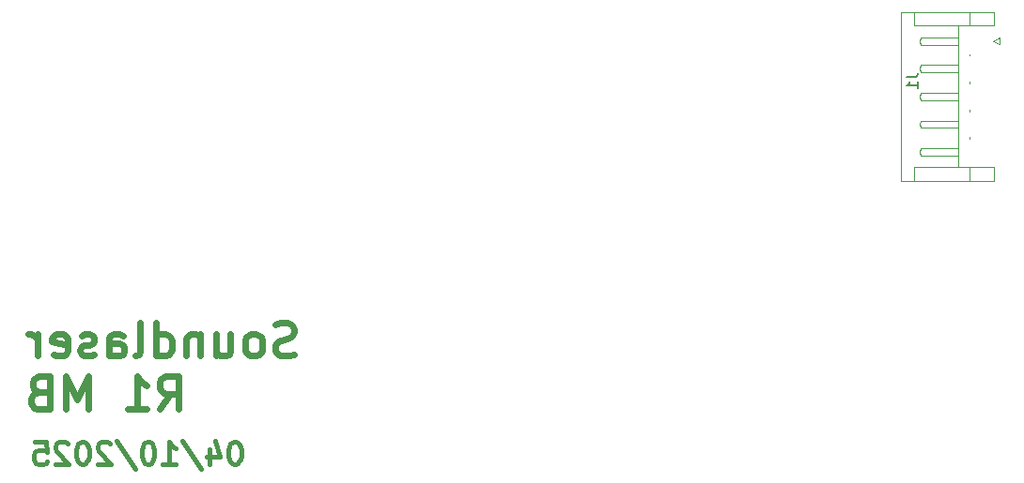
<source format=gbo>
G04 #@! TF.GenerationSoftware,KiCad,Pcbnew,9.0.1*
G04 #@! TF.CreationDate,2025-04-11T16:06:49-05:00*
G04 #@! TF.ProjectId,Soundlaser,536f756e-646c-4617-9365-722e6b696361,rev?*
G04 #@! TF.SameCoordinates,Original*
G04 #@! TF.FileFunction,Legend,Bot*
G04 #@! TF.FilePolarity,Positive*
%FSLAX46Y46*%
G04 Gerber Fmt 4.6, Leading zero omitted, Abs format (unit mm)*
G04 Created by KiCad (PCBNEW 9.0.1) date 2025-04-11 16:06:49*
%MOMM*%
%LPD*%
G01*
G04 APERTURE LIST*
%ADD10C,0.600000*%
%ADD11C,0.400000*%
%ADD12C,0.150000*%
%ADD13C,0.120000*%
G04 APERTURE END LIST*
D10*
X163783289Y-153848884D02*
X163354718Y-153991741D01*
X163354718Y-153991741D02*
X162640432Y-153991741D01*
X162640432Y-153991741D02*
X162354718Y-153848884D01*
X162354718Y-153848884D02*
X162211860Y-153706026D01*
X162211860Y-153706026D02*
X162069003Y-153420312D01*
X162069003Y-153420312D02*
X162069003Y-153134598D01*
X162069003Y-153134598D02*
X162211860Y-152848884D01*
X162211860Y-152848884D02*
X162354718Y-152706026D01*
X162354718Y-152706026D02*
X162640432Y-152563169D01*
X162640432Y-152563169D02*
X163211860Y-152420312D01*
X163211860Y-152420312D02*
X163497575Y-152277455D01*
X163497575Y-152277455D02*
X163640432Y-152134598D01*
X163640432Y-152134598D02*
X163783289Y-151848884D01*
X163783289Y-151848884D02*
X163783289Y-151563169D01*
X163783289Y-151563169D02*
X163640432Y-151277455D01*
X163640432Y-151277455D02*
X163497575Y-151134598D01*
X163497575Y-151134598D02*
X163211860Y-150991741D01*
X163211860Y-150991741D02*
X162497575Y-150991741D01*
X162497575Y-150991741D02*
X162069003Y-151134598D01*
X160354717Y-153991741D02*
X160640432Y-153848884D01*
X160640432Y-153848884D02*
X160783289Y-153706026D01*
X160783289Y-153706026D02*
X160926146Y-153420312D01*
X160926146Y-153420312D02*
X160926146Y-152563169D01*
X160926146Y-152563169D02*
X160783289Y-152277455D01*
X160783289Y-152277455D02*
X160640432Y-152134598D01*
X160640432Y-152134598D02*
X160354717Y-151991741D01*
X160354717Y-151991741D02*
X159926146Y-151991741D01*
X159926146Y-151991741D02*
X159640432Y-152134598D01*
X159640432Y-152134598D02*
X159497575Y-152277455D01*
X159497575Y-152277455D02*
X159354717Y-152563169D01*
X159354717Y-152563169D02*
X159354717Y-153420312D01*
X159354717Y-153420312D02*
X159497575Y-153706026D01*
X159497575Y-153706026D02*
X159640432Y-153848884D01*
X159640432Y-153848884D02*
X159926146Y-153991741D01*
X159926146Y-153991741D02*
X160354717Y-153991741D01*
X156783289Y-151991741D02*
X156783289Y-153991741D01*
X158069003Y-151991741D02*
X158069003Y-153563169D01*
X158069003Y-153563169D02*
X157926146Y-153848884D01*
X157926146Y-153848884D02*
X157640431Y-153991741D01*
X157640431Y-153991741D02*
X157211860Y-153991741D01*
X157211860Y-153991741D02*
X156926146Y-153848884D01*
X156926146Y-153848884D02*
X156783289Y-153706026D01*
X155354717Y-151991741D02*
X155354717Y-153991741D01*
X155354717Y-152277455D02*
X155211860Y-152134598D01*
X155211860Y-152134598D02*
X154926145Y-151991741D01*
X154926145Y-151991741D02*
X154497574Y-151991741D01*
X154497574Y-151991741D02*
X154211860Y-152134598D01*
X154211860Y-152134598D02*
X154069003Y-152420312D01*
X154069003Y-152420312D02*
X154069003Y-153991741D01*
X151354717Y-153991741D02*
X151354717Y-150991741D01*
X151354717Y-153848884D02*
X151640431Y-153991741D01*
X151640431Y-153991741D02*
X152211859Y-153991741D01*
X152211859Y-153991741D02*
X152497574Y-153848884D01*
X152497574Y-153848884D02*
X152640431Y-153706026D01*
X152640431Y-153706026D02*
X152783288Y-153420312D01*
X152783288Y-153420312D02*
X152783288Y-152563169D01*
X152783288Y-152563169D02*
X152640431Y-152277455D01*
X152640431Y-152277455D02*
X152497574Y-152134598D01*
X152497574Y-152134598D02*
X152211859Y-151991741D01*
X152211859Y-151991741D02*
X151640431Y-151991741D01*
X151640431Y-151991741D02*
X151354717Y-152134598D01*
X149497573Y-153991741D02*
X149783288Y-153848884D01*
X149783288Y-153848884D02*
X149926145Y-153563169D01*
X149926145Y-153563169D02*
X149926145Y-150991741D01*
X147069002Y-153991741D02*
X147069002Y-152420312D01*
X147069002Y-152420312D02*
X147211859Y-152134598D01*
X147211859Y-152134598D02*
X147497573Y-151991741D01*
X147497573Y-151991741D02*
X148069002Y-151991741D01*
X148069002Y-151991741D02*
X148354716Y-152134598D01*
X147069002Y-153848884D02*
X147354716Y-153991741D01*
X147354716Y-153991741D02*
X148069002Y-153991741D01*
X148069002Y-153991741D02*
X148354716Y-153848884D01*
X148354716Y-153848884D02*
X148497573Y-153563169D01*
X148497573Y-153563169D02*
X148497573Y-153277455D01*
X148497573Y-153277455D02*
X148354716Y-152991741D01*
X148354716Y-152991741D02*
X148069002Y-152848884D01*
X148069002Y-152848884D02*
X147354716Y-152848884D01*
X147354716Y-152848884D02*
X147069002Y-152706026D01*
X145783287Y-153848884D02*
X145497573Y-153991741D01*
X145497573Y-153991741D02*
X144926144Y-153991741D01*
X144926144Y-153991741D02*
X144640430Y-153848884D01*
X144640430Y-153848884D02*
X144497573Y-153563169D01*
X144497573Y-153563169D02*
X144497573Y-153420312D01*
X144497573Y-153420312D02*
X144640430Y-153134598D01*
X144640430Y-153134598D02*
X144926144Y-152991741D01*
X144926144Y-152991741D02*
X145354716Y-152991741D01*
X145354716Y-152991741D02*
X145640430Y-152848884D01*
X145640430Y-152848884D02*
X145783287Y-152563169D01*
X145783287Y-152563169D02*
X145783287Y-152420312D01*
X145783287Y-152420312D02*
X145640430Y-152134598D01*
X145640430Y-152134598D02*
X145354716Y-151991741D01*
X145354716Y-151991741D02*
X144926144Y-151991741D01*
X144926144Y-151991741D02*
X144640430Y-152134598D01*
X142069002Y-153848884D02*
X142354716Y-153991741D01*
X142354716Y-153991741D02*
X142926145Y-153991741D01*
X142926145Y-153991741D02*
X143211859Y-153848884D01*
X143211859Y-153848884D02*
X143354716Y-153563169D01*
X143354716Y-153563169D02*
X143354716Y-152420312D01*
X143354716Y-152420312D02*
X143211859Y-152134598D01*
X143211859Y-152134598D02*
X142926145Y-151991741D01*
X142926145Y-151991741D02*
X142354716Y-151991741D01*
X142354716Y-151991741D02*
X142069002Y-152134598D01*
X142069002Y-152134598D02*
X141926145Y-152420312D01*
X141926145Y-152420312D02*
X141926145Y-152706026D01*
X141926145Y-152706026D02*
X143354716Y-152991741D01*
X140640430Y-153991741D02*
X140640430Y-151991741D01*
X140640430Y-152563169D02*
X140497573Y-152277455D01*
X140497573Y-152277455D02*
X140354716Y-152134598D01*
X140354716Y-152134598D02*
X140069001Y-151991741D01*
X140069001Y-151991741D02*
X139783287Y-151991741D01*
X151640429Y-158821573D02*
X152640429Y-157393001D01*
X153354715Y-158821573D02*
X153354715Y-155821573D01*
X153354715Y-155821573D02*
X152211858Y-155821573D01*
X152211858Y-155821573D02*
X151926143Y-155964430D01*
X151926143Y-155964430D02*
X151783286Y-156107287D01*
X151783286Y-156107287D02*
X151640429Y-156393001D01*
X151640429Y-156393001D02*
X151640429Y-156821573D01*
X151640429Y-156821573D02*
X151783286Y-157107287D01*
X151783286Y-157107287D02*
X151926143Y-157250144D01*
X151926143Y-157250144D02*
X152211858Y-157393001D01*
X152211858Y-157393001D02*
X153354715Y-157393001D01*
X148783286Y-158821573D02*
X150497572Y-158821573D01*
X149640429Y-158821573D02*
X149640429Y-155821573D01*
X149640429Y-155821573D02*
X149926143Y-156250144D01*
X149926143Y-156250144D02*
X150211858Y-156535858D01*
X150211858Y-156535858D02*
X150497572Y-156678716D01*
X145211858Y-158821573D02*
X145211858Y-155821573D01*
X145211858Y-155821573D02*
X144211858Y-157964430D01*
X144211858Y-157964430D02*
X143211858Y-155821573D01*
X143211858Y-155821573D02*
X143211858Y-158821573D01*
X140783287Y-157250144D02*
X140354715Y-157393001D01*
X140354715Y-157393001D02*
X140211858Y-157535858D01*
X140211858Y-157535858D02*
X140069001Y-157821573D01*
X140069001Y-157821573D02*
X140069001Y-158250144D01*
X140069001Y-158250144D02*
X140211858Y-158535858D01*
X140211858Y-158535858D02*
X140354715Y-158678716D01*
X140354715Y-158678716D02*
X140640430Y-158821573D01*
X140640430Y-158821573D02*
X141783287Y-158821573D01*
X141783287Y-158821573D02*
X141783287Y-155821573D01*
X141783287Y-155821573D02*
X140783287Y-155821573D01*
X140783287Y-155821573D02*
X140497573Y-155964430D01*
X140497573Y-155964430D02*
X140354715Y-156107287D01*
X140354715Y-156107287D02*
X140211858Y-156393001D01*
X140211858Y-156393001D02*
X140211858Y-156678716D01*
X140211858Y-156678716D02*
X140354715Y-156964430D01*
X140354715Y-156964430D02*
X140497573Y-157107287D01*
X140497573Y-157107287D02*
X140783287Y-157250144D01*
X140783287Y-157250144D02*
X141783287Y-157250144D01*
D11*
X158537423Y-161754438D02*
X158346946Y-161754438D01*
X158346946Y-161754438D02*
X158156470Y-161849676D01*
X158156470Y-161849676D02*
X158061232Y-161944914D01*
X158061232Y-161944914D02*
X157965994Y-162135390D01*
X157965994Y-162135390D02*
X157870756Y-162516342D01*
X157870756Y-162516342D02*
X157870756Y-162992533D01*
X157870756Y-162992533D02*
X157965994Y-163373485D01*
X157965994Y-163373485D02*
X158061232Y-163563961D01*
X158061232Y-163563961D02*
X158156470Y-163659200D01*
X158156470Y-163659200D02*
X158346946Y-163754438D01*
X158346946Y-163754438D02*
X158537423Y-163754438D01*
X158537423Y-163754438D02*
X158727899Y-163659200D01*
X158727899Y-163659200D02*
X158823137Y-163563961D01*
X158823137Y-163563961D02*
X158918375Y-163373485D01*
X158918375Y-163373485D02*
X159013613Y-162992533D01*
X159013613Y-162992533D02*
X159013613Y-162516342D01*
X159013613Y-162516342D02*
X158918375Y-162135390D01*
X158918375Y-162135390D02*
X158823137Y-161944914D01*
X158823137Y-161944914D02*
X158727899Y-161849676D01*
X158727899Y-161849676D02*
X158537423Y-161754438D01*
X156156470Y-162421104D02*
X156156470Y-163754438D01*
X156632661Y-161659200D02*
X157108851Y-163087771D01*
X157108851Y-163087771D02*
X155870756Y-163087771D01*
X153680280Y-161659200D02*
X155394565Y-164230628D01*
X151965994Y-163754438D02*
X153108851Y-163754438D01*
X152537423Y-163754438D02*
X152537423Y-161754438D01*
X152537423Y-161754438D02*
X152727899Y-162040152D01*
X152727899Y-162040152D02*
X152918375Y-162230628D01*
X152918375Y-162230628D02*
X153108851Y-162325866D01*
X150727899Y-161754438D02*
X150537422Y-161754438D01*
X150537422Y-161754438D02*
X150346946Y-161849676D01*
X150346946Y-161849676D02*
X150251708Y-161944914D01*
X150251708Y-161944914D02*
X150156470Y-162135390D01*
X150156470Y-162135390D02*
X150061232Y-162516342D01*
X150061232Y-162516342D02*
X150061232Y-162992533D01*
X150061232Y-162992533D02*
X150156470Y-163373485D01*
X150156470Y-163373485D02*
X150251708Y-163563961D01*
X150251708Y-163563961D02*
X150346946Y-163659200D01*
X150346946Y-163659200D02*
X150537422Y-163754438D01*
X150537422Y-163754438D02*
X150727899Y-163754438D01*
X150727899Y-163754438D02*
X150918375Y-163659200D01*
X150918375Y-163659200D02*
X151013613Y-163563961D01*
X151013613Y-163563961D02*
X151108851Y-163373485D01*
X151108851Y-163373485D02*
X151204089Y-162992533D01*
X151204089Y-162992533D02*
X151204089Y-162516342D01*
X151204089Y-162516342D02*
X151108851Y-162135390D01*
X151108851Y-162135390D02*
X151013613Y-161944914D01*
X151013613Y-161944914D02*
X150918375Y-161849676D01*
X150918375Y-161849676D02*
X150727899Y-161754438D01*
X147775518Y-161659200D02*
X149489803Y-164230628D01*
X147204089Y-161944914D02*
X147108851Y-161849676D01*
X147108851Y-161849676D02*
X146918375Y-161754438D01*
X146918375Y-161754438D02*
X146442184Y-161754438D01*
X146442184Y-161754438D02*
X146251708Y-161849676D01*
X146251708Y-161849676D02*
X146156470Y-161944914D01*
X146156470Y-161944914D02*
X146061232Y-162135390D01*
X146061232Y-162135390D02*
X146061232Y-162325866D01*
X146061232Y-162325866D02*
X146156470Y-162611580D01*
X146156470Y-162611580D02*
X147299327Y-163754438D01*
X147299327Y-163754438D02*
X146061232Y-163754438D01*
X144823137Y-161754438D02*
X144632660Y-161754438D01*
X144632660Y-161754438D02*
X144442184Y-161849676D01*
X144442184Y-161849676D02*
X144346946Y-161944914D01*
X144346946Y-161944914D02*
X144251708Y-162135390D01*
X144251708Y-162135390D02*
X144156470Y-162516342D01*
X144156470Y-162516342D02*
X144156470Y-162992533D01*
X144156470Y-162992533D02*
X144251708Y-163373485D01*
X144251708Y-163373485D02*
X144346946Y-163563961D01*
X144346946Y-163563961D02*
X144442184Y-163659200D01*
X144442184Y-163659200D02*
X144632660Y-163754438D01*
X144632660Y-163754438D02*
X144823137Y-163754438D01*
X144823137Y-163754438D02*
X145013613Y-163659200D01*
X145013613Y-163659200D02*
X145108851Y-163563961D01*
X145108851Y-163563961D02*
X145204089Y-163373485D01*
X145204089Y-163373485D02*
X145299327Y-162992533D01*
X145299327Y-162992533D02*
X145299327Y-162516342D01*
X145299327Y-162516342D02*
X145204089Y-162135390D01*
X145204089Y-162135390D02*
X145108851Y-161944914D01*
X145108851Y-161944914D02*
X145013613Y-161849676D01*
X145013613Y-161849676D02*
X144823137Y-161754438D01*
X143394565Y-161944914D02*
X143299327Y-161849676D01*
X143299327Y-161849676D02*
X143108851Y-161754438D01*
X143108851Y-161754438D02*
X142632660Y-161754438D01*
X142632660Y-161754438D02*
X142442184Y-161849676D01*
X142442184Y-161849676D02*
X142346946Y-161944914D01*
X142346946Y-161944914D02*
X142251708Y-162135390D01*
X142251708Y-162135390D02*
X142251708Y-162325866D01*
X142251708Y-162325866D02*
X142346946Y-162611580D01*
X142346946Y-162611580D02*
X143489803Y-163754438D01*
X143489803Y-163754438D02*
X142251708Y-163754438D01*
X140442184Y-161754438D02*
X141394565Y-161754438D01*
X141394565Y-161754438D02*
X141489803Y-162706819D01*
X141489803Y-162706819D02*
X141394565Y-162611580D01*
X141394565Y-162611580D02*
X141204089Y-162516342D01*
X141204089Y-162516342D02*
X140727898Y-162516342D01*
X140727898Y-162516342D02*
X140537422Y-162611580D01*
X140537422Y-162611580D02*
X140442184Y-162706819D01*
X140442184Y-162706819D02*
X140346946Y-162897295D01*
X140346946Y-162897295D02*
X140346946Y-163373485D01*
X140346946Y-163373485D02*
X140442184Y-163563961D01*
X140442184Y-163563961D02*
X140537422Y-163659200D01*
X140537422Y-163659200D02*
X140727898Y-163754438D01*
X140727898Y-163754438D02*
X141204089Y-163754438D01*
X141204089Y-163754438D02*
X141394565Y-163659200D01*
X141394565Y-163659200D02*
X141489803Y-163563961D01*
D12*
X218976069Y-128836666D02*
X219690354Y-128836666D01*
X219690354Y-128836666D02*
X219833211Y-128789047D01*
X219833211Y-128789047D02*
X219928450Y-128693809D01*
X219928450Y-128693809D02*
X219976069Y-128550952D01*
X219976069Y-128550952D02*
X219976069Y-128455714D01*
X219976069Y-129836666D02*
X219976069Y-129265238D01*
X219976069Y-129550952D02*
X218976069Y-129550952D01*
X218976069Y-129550952D02*
X219118926Y-129455714D01*
X219118926Y-129455714D02*
X219214164Y-129360476D01*
X219214164Y-129360476D02*
X219261783Y-129265238D01*
D13*
G04 #@! TO.C,J1*
X218443750Y-122960000D02*
X218443750Y-138180000D01*
X218443750Y-138180000D02*
X226863750Y-138180000D01*
X219663750Y-122960000D02*
X219663750Y-124180000D01*
X219663750Y-124180000D02*
X224663750Y-124180000D01*
X219663750Y-136960000D02*
X224663750Y-136960000D01*
X219663750Y-138180000D02*
X219663750Y-136960000D01*
X220163750Y-125570000D02*
X220243750Y-125890000D01*
X220163750Y-128070000D02*
X220243750Y-128390000D01*
X220163750Y-130570000D02*
X220243750Y-130890000D01*
X220163750Y-133070000D02*
X220243750Y-133390000D01*
X220163750Y-135570000D02*
X220243750Y-135890000D01*
X220243750Y-125250000D02*
X220163750Y-125570000D01*
X220243750Y-125890000D02*
X223663750Y-125890000D01*
X220243750Y-127750000D02*
X220163750Y-128070000D01*
X220243750Y-128390000D02*
X223663750Y-128390000D01*
X220243750Y-130250000D02*
X220163750Y-130570000D01*
X220243750Y-130890000D02*
X223663750Y-130890000D01*
X220243750Y-132750000D02*
X220163750Y-133070000D01*
X220243750Y-133390000D02*
X223663750Y-133390000D01*
X220243750Y-135250000D02*
X220163750Y-135570000D01*
X220243750Y-135890000D02*
X223663750Y-135890000D01*
X223663750Y-124180000D02*
X223663750Y-136960000D01*
X223663750Y-125250000D02*
X220243750Y-125250000D01*
X223663750Y-125570000D02*
X223663750Y-125250000D01*
X223663750Y-125890000D02*
X223663750Y-125570000D01*
X223663750Y-127750000D02*
X220243750Y-127750000D01*
X223663750Y-128070000D02*
X223663750Y-127750000D01*
X223663750Y-128390000D02*
X223663750Y-128070000D01*
X223663750Y-130250000D02*
X220243750Y-130250000D01*
X223663750Y-130570000D02*
X223663750Y-130250000D01*
X223663750Y-130890000D02*
X223663750Y-130570000D01*
X223663750Y-132750000D02*
X220243750Y-132750000D01*
X223663750Y-133070000D02*
X223663750Y-132750000D01*
X223663750Y-133390000D02*
X223663750Y-133070000D01*
X223663750Y-135250000D02*
X220243750Y-135250000D01*
X223663750Y-135570000D02*
X223663750Y-135250000D01*
X223663750Y-135890000D02*
X223663750Y-135570000D01*
X224663750Y-124180000D02*
X224663750Y-122960000D01*
X224663750Y-124180000D02*
X226863750Y-124180000D01*
X224663750Y-126740000D02*
X224663750Y-126900000D01*
X224663750Y-129240000D02*
X224663750Y-129400000D01*
X224663750Y-131740000D02*
X224663750Y-131900000D01*
X224663750Y-134240000D02*
X224663750Y-134400000D01*
X224663750Y-136960000D02*
X224663750Y-138180000D01*
X226753750Y-125570000D02*
X227353750Y-125270000D01*
X226863750Y-122960000D02*
X218443750Y-122960000D01*
X226863750Y-124180000D02*
X226863750Y-122960000D01*
X226863750Y-136960000D02*
X224663750Y-136960000D01*
X226863750Y-138180000D02*
X226863750Y-136960000D01*
X227353750Y-125270000D02*
X227353750Y-125870000D01*
X227353750Y-125870000D02*
X226753750Y-125570000D01*
G04 #@! TD*
M02*

</source>
